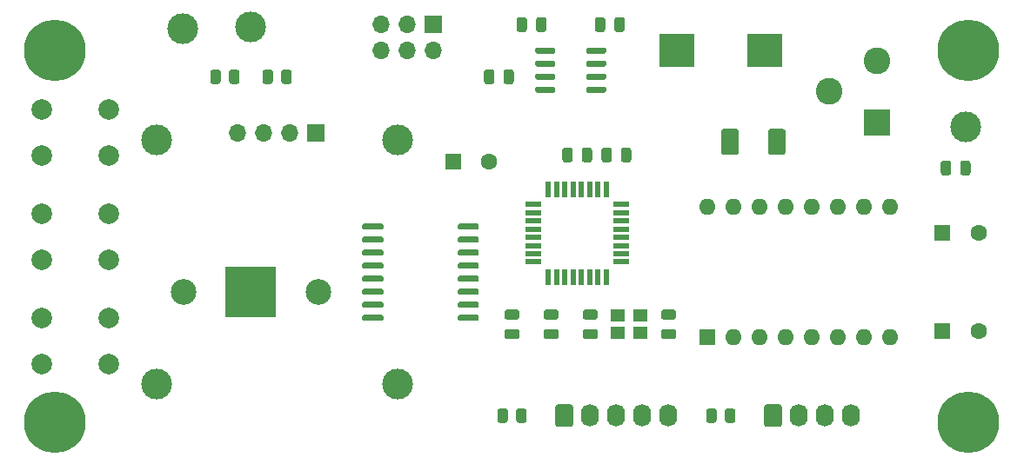
<source format=gbr>
G04 #@! TF.GenerationSoftware,KiCad,Pcbnew,(5.1.10)-1*
G04 #@! TF.CreationDate,2021-11-16T09:58:40-05:00*
G04 #@! TF.ProjectId,KittyCaddyV2,4b697474-7943-4616-9464-7956322e6b69,rev?*
G04 #@! TF.SameCoordinates,Original*
G04 #@! TF.FileFunction,Soldermask,Top*
G04 #@! TF.FilePolarity,Negative*
%FSLAX46Y46*%
G04 Gerber Fmt 4.6, Leading zero omitted, Abs format (unit mm)*
G04 Created by KiCad (PCBNEW (5.1.10)-1) date 2021-11-16 09:58:40*
%MOMM*%
%LPD*%
G01*
G04 APERTURE LIST*
%ADD10C,3.000000*%
%ADD11R,3.439000X3.251000*%
%ADD12C,2.500000*%
%ADD13R,5.000000X5.000000*%
%ADD14C,1.600000*%
%ADD15R,1.600000X1.600000*%
%ADD16C,6.000000*%
%ADD17R,1.400000X1.200000*%
%ADD18R,0.550000X1.600000*%
%ADD19R,1.600000X0.550000*%
%ADD20C,2.000000*%
%ADD21O,1.740000X2.190000*%
%ADD22O,1.700000X1.700000*%
%ADD23R,1.700000X1.700000*%
%ADD24C,2.600000*%
%ADD25R,2.600000X2.600000*%
%ADD26O,1.600000X1.600000*%
G04 APERTURE END LIST*
G04 #@! TO.C,U3*
G36*
G01*
X115755000Y-95735000D02*
X115755000Y-96035000D01*
G75*
G02*
X115605000Y-96185000I-150000J0D01*
G01*
X113855000Y-96185000D01*
G75*
G02*
X113705000Y-96035000I0J150000D01*
G01*
X113705000Y-95735000D01*
G75*
G02*
X113855000Y-95585000I150000J0D01*
G01*
X115605000Y-95585000D01*
G75*
G02*
X115755000Y-95735000I0J-150000D01*
G01*
G37*
G36*
G01*
X115755000Y-94465000D02*
X115755000Y-94765000D01*
G75*
G02*
X115605000Y-94915000I-150000J0D01*
G01*
X113855000Y-94915000D01*
G75*
G02*
X113705000Y-94765000I0J150000D01*
G01*
X113705000Y-94465000D01*
G75*
G02*
X113855000Y-94315000I150000J0D01*
G01*
X115605000Y-94315000D01*
G75*
G02*
X115755000Y-94465000I0J-150000D01*
G01*
G37*
G36*
G01*
X115755000Y-93195000D02*
X115755000Y-93495000D01*
G75*
G02*
X115605000Y-93645000I-150000J0D01*
G01*
X113855000Y-93645000D01*
G75*
G02*
X113705000Y-93495000I0J150000D01*
G01*
X113705000Y-93195000D01*
G75*
G02*
X113855000Y-93045000I150000J0D01*
G01*
X115605000Y-93045000D01*
G75*
G02*
X115755000Y-93195000I0J-150000D01*
G01*
G37*
G36*
G01*
X115755000Y-91925000D02*
X115755000Y-92225000D01*
G75*
G02*
X115605000Y-92375000I-150000J0D01*
G01*
X113855000Y-92375000D01*
G75*
G02*
X113705000Y-92225000I0J150000D01*
G01*
X113705000Y-91925000D01*
G75*
G02*
X113855000Y-91775000I150000J0D01*
G01*
X115605000Y-91775000D01*
G75*
G02*
X115755000Y-91925000I0J-150000D01*
G01*
G37*
G36*
G01*
X115755000Y-90655000D02*
X115755000Y-90955000D01*
G75*
G02*
X115605000Y-91105000I-150000J0D01*
G01*
X113855000Y-91105000D01*
G75*
G02*
X113705000Y-90955000I0J150000D01*
G01*
X113705000Y-90655000D01*
G75*
G02*
X113855000Y-90505000I150000J0D01*
G01*
X115605000Y-90505000D01*
G75*
G02*
X115755000Y-90655000I0J-150000D01*
G01*
G37*
G36*
G01*
X115755000Y-89385000D02*
X115755000Y-89685000D01*
G75*
G02*
X115605000Y-89835000I-150000J0D01*
G01*
X113855000Y-89835000D01*
G75*
G02*
X113705000Y-89685000I0J150000D01*
G01*
X113705000Y-89385000D01*
G75*
G02*
X113855000Y-89235000I150000J0D01*
G01*
X115605000Y-89235000D01*
G75*
G02*
X115755000Y-89385000I0J-150000D01*
G01*
G37*
G36*
G01*
X115755000Y-88115000D02*
X115755000Y-88415000D01*
G75*
G02*
X115605000Y-88565000I-150000J0D01*
G01*
X113855000Y-88565000D01*
G75*
G02*
X113705000Y-88415000I0J150000D01*
G01*
X113705000Y-88115000D01*
G75*
G02*
X113855000Y-87965000I150000J0D01*
G01*
X115605000Y-87965000D01*
G75*
G02*
X115755000Y-88115000I0J-150000D01*
G01*
G37*
G36*
G01*
X115755000Y-86845000D02*
X115755000Y-87145000D01*
G75*
G02*
X115605000Y-87295000I-150000J0D01*
G01*
X113855000Y-87295000D01*
G75*
G02*
X113705000Y-87145000I0J150000D01*
G01*
X113705000Y-86845000D01*
G75*
G02*
X113855000Y-86695000I150000J0D01*
G01*
X115605000Y-86695000D01*
G75*
G02*
X115755000Y-86845000I0J-150000D01*
G01*
G37*
G36*
G01*
X125055000Y-86845000D02*
X125055000Y-87145000D01*
G75*
G02*
X124905000Y-87295000I-150000J0D01*
G01*
X123155000Y-87295000D01*
G75*
G02*
X123005000Y-87145000I0J150000D01*
G01*
X123005000Y-86845000D01*
G75*
G02*
X123155000Y-86695000I150000J0D01*
G01*
X124905000Y-86695000D01*
G75*
G02*
X125055000Y-86845000I0J-150000D01*
G01*
G37*
G36*
G01*
X125055000Y-88115000D02*
X125055000Y-88415000D01*
G75*
G02*
X124905000Y-88565000I-150000J0D01*
G01*
X123155000Y-88565000D01*
G75*
G02*
X123005000Y-88415000I0J150000D01*
G01*
X123005000Y-88115000D01*
G75*
G02*
X123155000Y-87965000I150000J0D01*
G01*
X124905000Y-87965000D01*
G75*
G02*
X125055000Y-88115000I0J-150000D01*
G01*
G37*
G36*
G01*
X125055000Y-89385000D02*
X125055000Y-89685000D01*
G75*
G02*
X124905000Y-89835000I-150000J0D01*
G01*
X123155000Y-89835000D01*
G75*
G02*
X123005000Y-89685000I0J150000D01*
G01*
X123005000Y-89385000D01*
G75*
G02*
X123155000Y-89235000I150000J0D01*
G01*
X124905000Y-89235000D01*
G75*
G02*
X125055000Y-89385000I0J-150000D01*
G01*
G37*
G36*
G01*
X125055000Y-90655000D02*
X125055000Y-90955000D01*
G75*
G02*
X124905000Y-91105000I-150000J0D01*
G01*
X123155000Y-91105000D01*
G75*
G02*
X123005000Y-90955000I0J150000D01*
G01*
X123005000Y-90655000D01*
G75*
G02*
X123155000Y-90505000I150000J0D01*
G01*
X124905000Y-90505000D01*
G75*
G02*
X125055000Y-90655000I0J-150000D01*
G01*
G37*
G36*
G01*
X125055000Y-91925000D02*
X125055000Y-92225000D01*
G75*
G02*
X124905000Y-92375000I-150000J0D01*
G01*
X123155000Y-92375000D01*
G75*
G02*
X123005000Y-92225000I0J150000D01*
G01*
X123005000Y-91925000D01*
G75*
G02*
X123155000Y-91775000I150000J0D01*
G01*
X124905000Y-91775000D01*
G75*
G02*
X125055000Y-91925000I0J-150000D01*
G01*
G37*
G36*
G01*
X125055000Y-93195000D02*
X125055000Y-93495000D01*
G75*
G02*
X124905000Y-93645000I-150000J0D01*
G01*
X123155000Y-93645000D01*
G75*
G02*
X123005000Y-93495000I0J150000D01*
G01*
X123005000Y-93195000D01*
G75*
G02*
X123155000Y-93045000I150000J0D01*
G01*
X124905000Y-93045000D01*
G75*
G02*
X125055000Y-93195000I0J-150000D01*
G01*
G37*
G36*
G01*
X125055000Y-94465000D02*
X125055000Y-94765000D01*
G75*
G02*
X124905000Y-94915000I-150000J0D01*
G01*
X123155000Y-94915000D01*
G75*
G02*
X123005000Y-94765000I0J150000D01*
G01*
X123005000Y-94465000D01*
G75*
G02*
X123155000Y-94315000I150000J0D01*
G01*
X124905000Y-94315000D01*
G75*
G02*
X125055000Y-94465000I0J-150000D01*
G01*
G37*
G36*
G01*
X125055000Y-95735000D02*
X125055000Y-96035000D01*
G75*
G02*
X124905000Y-96185000I-150000J0D01*
G01*
X123155000Y-96185000D01*
G75*
G02*
X123005000Y-96035000I0J150000D01*
G01*
X123005000Y-95735000D01*
G75*
G02*
X123155000Y-95585000I150000J0D01*
G01*
X124905000Y-95585000D01*
G75*
G02*
X125055000Y-95735000I0J-150000D01*
G01*
G37*
G04 #@! TD*
D10*
G04 #@! TO.C,TP3*
X96202500Y-67691000D03*
G04 #@! TD*
G04 #@! TO.C,TP2*
X102870000Y-67564000D03*
G04 #@! TD*
G04 #@! TO.C,TP1*
X172466000Y-77279500D03*
G04 #@! TD*
D11*
G04 #@! TO.C,L1*
X144277000Y-69850000D03*
X152903000Y-69850000D03*
G04 #@! TD*
D12*
G04 #@! TO.C,BT1*
X96270000Y-93345000D03*
D13*
X102870000Y-93345000D03*
D12*
X109470000Y-93345000D03*
G04 #@! TD*
D14*
G04 #@! TO.C,C10*
X126055000Y-80645000D03*
D15*
X122555000Y-80645000D03*
G04 #@! TD*
D14*
G04 #@! TO.C,C3*
X173680000Y-87630000D03*
D15*
X170180000Y-87630000D03*
G04 #@! TD*
D14*
G04 #@! TO.C,C2*
X173680000Y-97155000D03*
D15*
X170180000Y-97155000D03*
G04 #@! TD*
D16*
G04 #@! TO.C,H4*
X172720000Y-106045000D03*
G04 #@! TD*
G04 #@! TO.C,H3*
X83820000Y-106045000D03*
G04 #@! TD*
G04 #@! TO.C,H2*
X172720000Y-69850000D03*
G04 #@! TD*
G04 #@! TO.C,H1*
X83820000Y-69850000D03*
G04 #@! TD*
D17*
G04 #@! TO.C,Y1*
X138600000Y-97370000D03*
X140800000Y-97370000D03*
X140800000Y-95670000D03*
X138600000Y-95670000D03*
G04 #@! TD*
G04 #@! TO.C,R4*
G36*
G01*
X105810000Y-72840002D02*
X105810000Y-71939998D01*
G75*
G02*
X106059998Y-71690000I249998J0D01*
G01*
X106585002Y-71690000D01*
G75*
G02*
X106835000Y-71939998I0J-249998D01*
G01*
X106835000Y-72840002D01*
G75*
G02*
X106585002Y-73090000I-249998J0D01*
G01*
X106059998Y-73090000D01*
G75*
G02*
X105810000Y-72840002I0J249998D01*
G01*
G37*
G36*
G01*
X103985000Y-72840002D02*
X103985000Y-71939998D01*
G75*
G02*
X104234998Y-71690000I249998J0D01*
G01*
X104760002Y-71690000D01*
G75*
G02*
X105010000Y-71939998I0J-249998D01*
G01*
X105010000Y-72840002D01*
G75*
G02*
X104760002Y-73090000I-249998J0D01*
G01*
X104234998Y-73090000D01*
G75*
G02*
X103985000Y-72840002I0J249998D01*
G01*
G37*
G04 #@! TD*
G04 #@! TO.C,R3*
G36*
G01*
X100730000Y-72840002D02*
X100730000Y-71939998D01*
G75*
G02*
X100979998Y-71690000I249998J0D01*
G01*
X101505002Y-71690000D01*
G75*
G02*
X101755000Y-71939998I0J-249998D01*
G01*
X101755000Y-72840002D01*
G75*
G02*
X101505002Y-73090000I-249998J0D01*
G01*
X100979998Y-73090000D01*
G75*
G02*
X100730000Y-72840002I0J249998D01*
G01*
G37*
G36*
G01*
X98905000Y-72840002D02*
X98905000Y-71939998D01*
G75*
G02*
X99154998Y-71690000I249998J0D01*
G01*
X99680002Y-71690000D01*
G75*
G02*
X99930000Y-71939998I0J-249998D01*
G01*
X99930000Y-72840002D01*
G75*
G02*
X99680002Y-73090000I-249998J0D01*
G01*
X99154998Y-73090000D01*
G75*
G02*
X98905000Y-72840002I0J249998D01*
G01*
G37*
G04 #@! TD*
G04 #@! TO.C,R1*
G36*
G01*
X148190000Y-104959998D02*
X148190000Y-105860002D01*
G75*
G02*
X147940002Y-106110000I-249998J0D01*
G01*
X147414998Y-106110000D01*
G75*
G02*
X147165000Y-105860002I0J249998D01*
G01*
X147165000Y-104959998D01*
G75*
G02*
X147414998Y-104710000I249998J0D01*
G01*
X147940002Y-104710000D01*
G75*
G02*
X148190000Y-104959998I0J-249998D01*
G01*
G37*
G36*
G01*
X150015000Y-104959998D02*
X150015000Y-105860002D01*
G75*
G02*
X149765002Y-106110000I-249998J0D01*
G01*
X149239998Y-106110000D01*
G75*
G02*
X148990000Y-105860002I0J249998D01*
G01*
X148990000Y-104959998D01*
G75*
G02*
X149239998Y-104710000I249998J0D01*
G01*
X149765002Y-104710000D01*
G75*
G02*
X150015000Y-104959998I0J-249998D01*
G01*
G37*
G04 #@! TD*
G04 #@! TO.C,R2*
G36*
G01*
X128670000Y-105860002D02*
X128670000Y-104959998D01*
G75*
G02*
X128919998Y-104710000I249998J0D01*
G01*
X129445002Y-104710000D01*
G75*
G02*
X129695000Y-104959998I0J-249998D01*
G01*
X129695000Y-105860002D01*
G75*
G02*
X129445002Y-106110000I-249998J0D01*
G01*
X128919998Y-106110000D01*
G75*
G02*
X128670000Y-105860002I0J249998D01*
G01*
G37*
G36*
G01*
X126845000Y-105860002D02*
X126845000Y-104959998D01*
G75*
G02*
X127094998Y-104710000I249998J0D01*
G01*
X127620002Y-104710000D01*
G75*
G02*
X127870000Y-104959998I0J-249998D01*
G01*
X127870000Y-105860002D01*
G75*
G02*
X127620002Y-106110000I-249998J0D01*
G01*
X127094998Y-106110000D01*
G75*
G02*
X126845000Y-105860002I0J249998D01*
G01*
G37*
G04 #@! TD*
G04 #@! TO.C,C12*
G36*
G01*
X143035000Y-95070000D02*
X143985000Y-95070000D01*
G75*
G02*
X144235000Y-95320000I0J-250000D01*
G01*
X144235000Y-95820000D01*
G75*
G02*
X143985000Y-96070000I-250000J0D01*
G01*
X143035000Y-96070000D01*
G75*
G02*
X142785000Y-95820000I0J250000D01*
G01*
X142785000Y-95320000D01*
G75*
G02*
X143035000Y-95070000I250000J0D01*
G01*
G37*
G36*
G01*
X143035000Y-96970000D02*
X143985000Y-96970000D01*
G75*
G02*
X144235000Y-97220000I0J-250000D01*
G01*
X144235000Y-97720000D01*
G75*
G02*
X143985000Y-97970000I-250000J0D01*
G01*
X143035000Y-97970000D01*
G75*
G02*
X142785000Y-97720000I0J250000D01*
G01*
X142785000Y-97220000D01*
G75*
G02*
X143035000Y-96970000I250000J0D01*
G01*
G37*
G04 #@! TD*
G04 #@! TO.C,C11*
G36*
G01*
X135415000Y-95070000D02*
X136365000Y-95070000D01*
G75*
G02*
X136615000Y-95320000I0J-250000D01*
G01*
X136615000Y-95820000D01*
G75*
G02*
X136365000Y-96070000I-250000J0D01*
G01*
X135415000Y-96070000D01*
G75*
G02*
X135165000Y-95820000I0J250000D01*
G01*
X135165000Y-95320000D01*
G75*
G02*
X135415000Y-95070000I250000J0D01*
G01*
G37*
G36*
G01*
X135415000Y-96970000D02*
X136365000Y-96970000D01*
G75*
G02*
X136615000Y-97220000I0J-250000D01*
G01*
X136615000Y-97720000D01*
G75*
G02*
X136365000Y-97970000I-250000J0D01*
G01*
X135415000Y-97970000D01*
G75*
G02*
X135165000Y-97720000I0J250000D01*
G01*
X135165000Y-97220000D01*
G75*
G02*
X135415000Y-96970000I250000J0D01*
G01*
G37*
G04 #@! TD*
G04 #@! TO.C,C7*
G36*
G01*
X131605000Y-95070000D02*
X132555000Y-95070000D01*
G75*
G02*
X132805000Y-95320000I0J-250000D01*
G01*
X132805000Y-95820000D01*
G75*
G02*
X132555000Y-96070000I-250000J0D01*
G01*
X131605000Y-96070000D01*
G75*
G02*
X131355000Y-95820000I0J250000D01*
G01*
X131355000Y-95320000D01*
G75*
G02*
X131605000Y-95070000I250000J0D01*
G01*
G37*
G36*
G01*
X131605000Y-96970000D02*
X132555000Y-96970000D01*
G75*
G02*
X132805000Y-97220000I0J-250000D01*
G01*
X132805000Y-97720000D01*
G75*
G02*
X132555000Y-97970000I-250000J0D01*
G01*
X131605000Y-97970000D01*
G75*
G02*
X131355000Y-97720000I0J250000D01*
G01*
X131355000Y-97220000D01*
G75*
G02*
X131605000Y-96970000I250000J0D01*
G01*
G37*
G04 #@! TD*
G04 #@! TO.C,C8*
G36*
G01*
X138880000Y-80485000D02*
X138880000Y-79535000D01*
G75*
G02*
X139130000Y-79285000I250000J0D01*
G01*
X139630000Y-79285000D01*
G75*
G02*
X139880000Y-79535000I0J-250000D01*
G01*
X139880000Y-80485000D01*
G75*
G02*
X139630000Y-80735000I-250000J0D01*
G01*
X139130000Y-80735000D01*
G75*
G02*
X138880000Y-80485000I0J250000D01*
G01*
G37*
G36*
G01*
X136980000Y-80485000D02*
X136980000Y-79535000D01*
G75*
G02*
X137230000Y-79285000I250000J0D01*
G01*
X137730000Y-79285000D01*
G75*
G02*
X137980000Y-79535000I0J-250000D01*
G01*
X137980000Y-80485000D01*
G75*
G02*
X137730000Y-80735000I-250000J0D01*
G01*
X137230000Y-80735000D01*
G75*
G02*
X136980000Y-80485000I0J250000D01*
G01*
G37*
G04 #@! TD*
G04 #@! TO.C,C9*
G36*
G01*
X130625000Y-67785000D02*
X130625000Y-66835000D01*
G75*
G02*
X130875000Y-66585000I250000J0D01*
G01*
X131375000Y-66585000D01*
G75*
G02*
X131625000Y-66835000I0J-250000D01*
G01*
X131625000Y-67785000D01*
G75*
G02*
X131375000Y-68035000I-250000J0D01*
G01*
X130875000Y-68035000D01*
G75*
G02*
X130625000Y-67785000I0J250000D01*
G01*
G37*
G36*
G01*
X128725000Y-67785000D02*
X128725000Y-66835000D01*
G75*
G02*
X128975000Y-66585000I250000J0D01*
G01*
X129475000Y-66585000D01*
G75*
G02*
X129725000Y-66835000I0J-250000D01*
G01*
X129725000Y-67785000D01*
G75*
G02*
X129475000Y-68035000I-250000J0D01*
G01*
X128975000Y-68035000D01*
G75*
G02*
X128725000Y-67785000I0J250000D01*
G01*
G37*
G04 #@! TD*
G04 #@! TO.C,C4*
G36*
G01*
X138245000Y-67785000D02*
X138245000Y-66835000D01*
G75*
G02*
X138495000Y-66585000I250000J0D01*
G01*
X138995000Y-66585000D01*
G75*
G02*
X139245000Y-66835000I0J-250000D01*
G01*
X139245000Y-67785000D01*
G75*
G02*
X138995000Y-68035000I-250000J0D01*
G01*
X138495000Y-68035000D01*
G75*
G02*
X138245000Y-67785000I0J250000D01*
G01*
G37*
G36*
G01*
X136345000Y-67785000D02*
X136345000Y-66835000D01*
G75*
G02*
X136595000Y-66585000I250000J0D01*
G01*
X137095000Y-66585000D01*
G75*
G02*
X137345000Y-66835000I0J-250000D01*
G01*
X137345000Y-67785000D01*
G75*
G02*
X137095000Y-68035000I-250000J0D01*
G01*
X136595000Y-68035000D01*
G75*
G02*
X136345000Y-67785000I0J250000D01*
G01*
G37*
G04 #@! TD*
G04 #@! TO.C,C5*
G36*
G01*
X136070000Y-79535000D02*
X136070000Y-80485000D01*
G75*
G02*
X135820000Y-80735000I-250000J0D01*
G01*
X135320000Y-80735000D01*
G75*
G02*
X135070000Y-80485000I0J250000D01*
G01*
X135070000Y-79535000D01*
G75*
G02*
X135320000Y-79285000I250000J0D01*
G01*
X135820000Y-79285000D01*
G75*
G02*
X136070000Y-79535000I0J-250000D01*
G01*
G37*
G36*
G01*
X134170000Y-79535000D02*
X134170000Y-80485000D01*
G75*
G02*
X133920000Y-80735000I-250000J0D01*
G01*
X133420000Y-80735000D01*
G75*
G02*
X133170000Y-80485000I0J250000D01*
G01*
X133170000Y-79535000D01*
G75*
G02*
X133420000Y-79285000I250000J0D01*
G01*
X133920000Y-79285000D01*
G75*
G02*
X134170000Y-79535000I0J-250000D01*
G01*
G37*
G04 #@! TD*
G04 #@! TO.C,C6*
G36*
G01*
X127450000Y-72865000D02*
X127450000Y-71915000D01*
G75*
G02*
X127700000Y-71665000I250000J0D01*
G01*
X128200000Y-71665000D01*
G75*
G02*
X128450000Y-71915000I0J-250000D01*
G01*
X128450000Y-72865000D01*
G75*
G02*
X128200000Y-73115000I-250000J0D01*
G01*
X127700000Y-73115000D01*
G75*
G02*
X127450000Y-72865000I0J250000D01*
G01*
G37*
G36*
G01*
X125550000Y-72865000D02*
X125550000Y-71915000D01*
G75*
G02*
X125800000Y-71665000I250000J0D01*
G01*
X126300000Y-71665000D01*
G75*
G02*
X126550000Y-71915000I0J-250000D01*
G01*
X126550000Y-72865000D01*
G75*
G02*
X126300000Y-73115000I-250000J0D01*
G01*
X125800000Y-73115000D01*
G75*
G02*
X125550000Y-72865000I0J250000D01*
G01*
G37*
G04 #@! TD*
G04 #@! TO.C,C1*
G36*
G01*
X171900000Y-81755000D02*
X171900000Y-80805000D01*
G75*
G02*
X172150000Y-80555000I250000J0D01*
G01*
X172650000Y-80555000D01*
G75*
G02*
X172900000Y-80805000I0J-250000D01*
G01*
X172900000Y-81755000D01*
G75*
G02*
X172650000Y-82005000I-250000J0D01*
G01*
X172150000Y-82005000D01*
G75*
G02*
X171900000Y-81755000I0J250000D01*
G01*
G37*
G36*
G01*
X170000000Y-81755000D02*
X170000000Y-80805000D01*
G75*
G02*
X170250000Y-80555000I250000J0D01*
G01*
X170750000Y-80555000D01*
G75*
G02*
X171000000Y-80805000I0J-250000D01*
G01*
X171000000Y-81755000D01*
G75*
G02*
X170750000Y-82005000I-250000J0D01*
G01*
X170250000Y-82005000D01*
G75*
G02*
X170000000Y-81755000I0J250000D01*
G01*
G37*
G04 #@! TD*
G04 #@! TO.C,C13*
G36*
G01*
X127795000Y-95070000D02*
X128745000Y-95070000D01*
G75*
G02*
X128995000Y-95320000I0J-250000D01*
G01*
X128995000Y-95820000D01*
G75*
G02*
X128745000Y-96070000I-250000J0D01*
G01*
X127795000Y-96070000D01*
G75*
G02*
X127545000Y-95820000I0J250000D01*
G01*
X127545000Y-95320000D01*
G75*
G02*
X127795000Y-95070000I250000J0D01*
G01*
G37*
G36*
G01*
X127795000Y-96970000D02*
X128745000Y-96970000D01*
G75*
G02*
X128995000Y-97220000I0J-250000D01*
G01*
X128995000Y-97720000D01*
G75*
G02*
X128745000Y-97970000I-250000J0D01*
G01*
X127795000Y-97970000D01*
G75*
G02*
X127545000Y-97720000I0J250000D01*
G01*
X127545000Y-97220000D01*
G75*
G02*
X127795000Y-96970000I250000J0D01*
G01*
G37*
G04 #@! TD*
D18*
G04 #@! TO.C,U1*
X131820000Y-91880000D03*
X132620000Y-91880000D03*
X133420000Y-91880000D03*
X134220000Y-91880000D03*
X135020000Y-91880000D03*
X135820000Y-91880000D03*
X136620000Y-91880000D03*
X137420000Y-91880000D03*
D19*
X138870000Y-90430000D03*
X138870000Y-89630000D03*
X138870000Y-88830000D03*
X138870000Y-88030000D03*
X138870000Y-87230000D03*
X138870000Y-86430000D03*
X138870000Y-85630000D03*
X138870000Y-84830000D03*
D18*
X137420000Y-83380000D03*
X136620000Y-83380000D03*
X135820000Y-83380000D03*
X135020000Y-83380000D03*
X134220000Y-83380000D03*
X133420000Y-83380000D03*
X132620000Y-83380000D03*
X131820000Y-83380000D03*
D19*
X130370000Y-84830000D03*
X130370000Y-85630000D03*
X130370000Y-86430000D03*
X130370000Y-87230000D03*
X130370000Y-88030000D03*
X130370000Y-88830000D03*
X130370000Y-89630000D03*
X130370000Y-90430000D03*
G04 #@! TD*
G04 #@! TO.C,U2*
G36*
G01*
X135485000Y-70000000D02*
X135485000Y-69700000D01*
G75*
G02*
X135635000Y-69550000I150000J0D01*
G01*
X137285000Y-69550000D01*
G75*
G02*
X137435000Y-69700000I0J-150000D01*
G01*
X137435000Y-70000000D01*
G75*
G02*
X137285000Y-70150000I-150000J0D01*
G01*
X135635000Y-70150000D01*
G75*
G02*
X135485000Y-70000000I0J150000D01*
G01*
G37*
G36*
G01*
X135485000Y-71270000D02*
X135485000Y-70970000D01*
G75*
G02*
X135635000Y-70820000I150000J0D01*
G01*
X137285000Y-70820000D01*
G75*
G02*
X137435000Y-70970000I0J-150000D01*
G01*
X137435000Y-71270000D01*
G75*
G02*
X137285000Y-71420000I-150000J0D01*
G01*
X135635000Y-71420000D01*
G75*
G02*
X135485000Y-71270000I0J150000D01*
G01*
G37*
G36*
G01*
X135485000Y-72540000D02*
X135485000Y-72240000D01*
G75*
G02*
X135635000Y-72090000I150000J0D01*
G01*
X137285000Y-72090000D01*
G75*
G02*
X137435000Y-72240000I0J-150000D01*
G01*
X137435000Y-72540000D01*
G75*
G02*
X137285000Y-72690000I-150000J0D01*
G01*
X135635000Y-72690000D01*
G75*
G02*
X135485000Y-72540000I0J150000D01*
G01*
G37*
G36*
G01*
X135485000Y-73810000D02*
X135485000Y-73510000D01*
G75*
G02*
X135635000Y-73360000I150000J0D01*
G01*
X137285000Y-73360000D01*
G75*
G02*
X137435000Y-73510000I0J-150000D01*
G01*
X137435000Y-73810000D01*
G75*
G02*
X137285000Y-73960000I-150000J0D01*
G01*
X135635000Y-73960000D01*
G75*
G02*
X135485000Y-73810000I0J150000D01*
G01*
G37*
G36*
G01*
X130535000Y-73810000D02*
X130535000Y-73510000D01*
G75*
G02*
X130685000Y-73360000I150000J0D01*
G01*
X132335000Y-73360000D01*
G75*
G02*
X132485000Y-73510000I0J-150000D01*
G01*
X132485000Y-73810000D01*
G75*
G02*
X132335000Y-73960000I-150000J0D01*
G01*
X130685000Y-73960000D01*
G75*
G02*
X130535000Y-73810000I0J150000D01*
G01*
G37*
G36*
G01*
X130535000Y-72540000D02*
X130535000Y-72240000D01*
G75*
G02*
X130685000Y-72090000I150000J0D01*
G01*
X132335000Y-72090000D01*
G75*
G02*
X132485000Y-72240000I0J-150000D01*
G01*
X132485000Y-72540000D01*
G75*
G02*
X132335000Y-72690000I-150000J0D01*
G01*
X130685000Y-72690000D01*
G75*
G02*
X130535000Y-72540000I0J150000D01*
G01*
G37*
G36*
G01*
X130535000Y-71270000D02*
X130535000Y-70970000D01*
G75*
G02*
X130685000Y-70820000I150000J0D01*
G01*
X132335000Y-70820000D01*
G75*
G02*
X132485000Y-70970000I0J-150000D01*
G01*
X132485000Y-71270000D01*
G75*
G02*
X132335000Y-71420000I-150000J0D01*
G01*
X130685000Y-71420000D01*
G75*
G02*
X130535000Y-71270000I0J150000D01*
G01*
G37*
G36*
G01*
X130535000Y-70000000D02*
X130535000Y-69700000D01*
G75*
G02*
X130685000Y-69550000I150000J0D01*
G01*
X132335000Y-69550000D01*
G75*
G02*
X132485000Y-69700000I0J-150000D01*
G01*
X132485000Y-70000000D01*
G75*
G02*
X132335000Y-70150000I-150000J0D01*
G01*
X130685000Y-70150000D01*
G75*
G02*
X130535000Y-70000000I0J150000D01*
G01*
G37*
G04 #@! TD*
D20*
G04 #@! TO.C,SW3*
X89000400Y-100395600D03*
X89000400Y-95895600D03*
X82500400Y-100395600D03*
X82500400Y-95895600D03*
G04 #@! TD*
G04 #@! TO.C,SW2*
X89000400Y-90235600D03*
X89000400Y-85735600D03*
X82500400Y-90235600D03*
X82500400Y-85735600D03*
G04 #@! TD*
G04 #@! TO.C,SW1*
X89000400Y-80075600D03*
X89000400Y-75575600D03*
X82500400Y-80075600D03*
X82500400Y-75575600D03*
G04 #@! TD*
D21*
G04 #@! TO.C,J3*
X161290000Y-105410000D03*
X158750000Y-105410000D03*
X156210000Y-105410000D03*
G36*
G01*
X152800000Y-106255001D02*
X152800000Y-104564999D01*
G75*
G02*
X153049999Y-104315000I249999J0D01*
G01*
X154290001Y-104315000D01*
G75*
G02*
X154540000Y-104564999I0J-249999D01*
G01*
X154540000Y-106255001D01*
G75*
G02*
X154290001Y-106505000I-249999J0D01*
G01*
X153049999Y-106505000D01*
G75*
G02*
X152800000Y-106255001I0J249999D01*
G01*
G37*
G04 #@! TD*
G04 #@! TO.C,J2*
X143510000Y-105410000D03*
X140970000Y-105410000D03*
X138430000Y-105410000D03*
X135890000Y-105410000D03*
G36*
G01*
X132480000Y-106255001D02*
X132480000Y-104564999D01*
G75*
G02*
X132729999Y-104315000I249999J0D01*
G01*
X133970001Y-104315000D01*
G75*
G02*
X134220000Y-104564999I0J-249999D01*
G01*
X134220000Y-106255001D01*
G75*
G02*
X133970001Y-106505000I-249999J0D01*
G01*
X132729999Y-106505000D01*
G75*
G02*
X132480000Y-106255001I0J249999D01*
G01*
G37*
G04 #@! TD*
D22*
G04 #@! TO.C,J4*
X115570000Y-69850000D03*
X115570000Y-67310000D03*
X118110000Y-69850000D03*
X118110000Y-67310000D03*
X120650000Y-69850000D03*
D23*
X120650000Y-67310000D03*
G04 #@! TD*
D24*
G04 #@! TO.C,J1*
X159130000Y-73835000D03*
X163830000Y-70835000D03*
D25*
X163830000Y-76835000D03*
G04 #@! TD*
D23*
G04 #@! TO.C,DS1*
X109220000Y-77867000D03*
D22*
X106680000Y-77867000D03*
X104140000Y-77867000D03*
X101600000Y-77867000D03*
D10*
X117160000Y-78524000D03*
X93660000Y-78524000D03*
X93660000Y-102324000D03*
X117160000Y-102324000D03*
G04 #@! TD*
G04 #@! TO.C,D1*
G36*
G01*
X148640000Y-79765000D02*
X148640000Y-77715000D01*
G75*
G02*
X148890000Y-77465000I250000J0D01*
G01*
X150090000Y-77465000D01*
G75*
G02*
X150340000Y-77715000I0J-250000D01*
G01*
X150340000Y-79765000D01*
G75*
G02*
X150090000Y-80015000I-250000J0D01*
G01*
X148890000Y-80015000D01*
G75*
G02*
X148640000Y-79765000I0J250000D01*
G01*
G37*
G36*
G01*
X153190000Y-79765000D02*
X153190000Y-77715000D01*
G75*
G02*
X153440000Y-77465000I250000J0D01*
G01*
X154640000Y-77465000D01*
G75*
G02*
X154890000Y-77715000I0J-250000D01*
G01*
X154890000Y-79765000D01*
G75*
G02*
X154640000Y-80015000I-250000J0D01*
G01*
X153440000Y-80015000D01*
G75*
G02*
X153190000Y-79765000I0J250000D01*
G01*
G37*
G04 #@! TD*
D26*
G04 #@! TO.C,A1*
X147320000Y-85090000D03*
X165100000Y-97790000D03*
X149860000Y-85090000D03*
X162560000Y-97790000D03*
X152400000Y-85090000D03*
X160020000Y-97790000D03*
X154940000Y-85090000D03*
X157480000Y-97790000D03*
X157480000Y-85090000D03*
X154940000Y-97790000D03*
X160020000Y-85090000D03*
X152400000Y-97790000D03*
X162560000Y-85090000D03*
X149860000Y-97790000D03*
X165100000Y-85090000D03*
D15*
X147320000Y-97790000D03*
G04 #@! TD*
M02*

</source>
